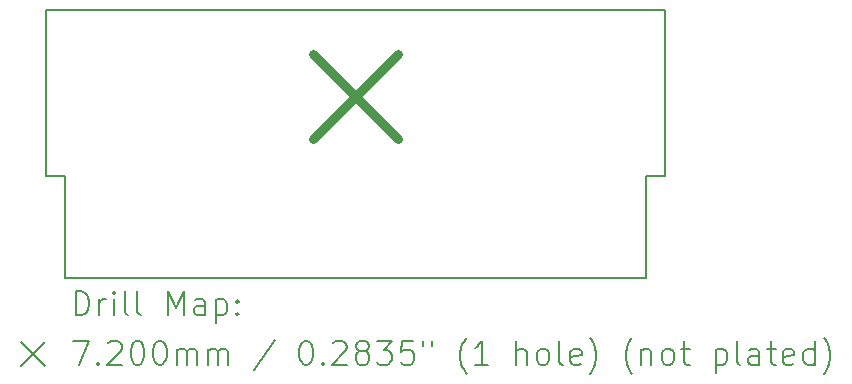
<source format=gbr>
%FSLAX45Y45*%
G04 Gerber Fmt 4.5, Leading zero omitted, Abs format (unit mm)*
G04 Created by KiCad (PCBNEW (6.0.1-0)) date 2022-02-22 22:29:47*
%MOMM*%
%LPD*%
G01*
G04 APERTURE LIST*
%TA.AperFunction,Profile*%
%ADD10C,0.150000*%
%TD*%
%ADD11C,0.200000*%
%ADD12C,0.720000*%
G04 APERTURE END LIST*
D10*
X12460000Y-9140000D02*
X12620000Y-9140000D01*
X7540000Y-10000000D02*
X12460000Y-10000000D01*
X7540000Y-9140000D02*
X7380000Y-9140000D01*
X7380000Y-7735000D02*
X7380000Y-9140000D01*
X12620000Y-9139500D02*
X12620000Y-7735000D01*
X12460000Y-10000000D02*
X12460000Y-9140000D01*
X7540000Y-10000000D02*
X7540000Y-9140000D01*
X7380000Y-7735000D02*
X12620000Y-7735000D01*
D11*
D12*
X9640000Y-8105000D02*
X10360000Y-8825000D01*
X10360000Y-8105000D02*
X9640000Y-8825000D01*
D11*
X7630119Y-10317976D02*
X7630119Y-10117976D01*
X7677738Y-10117976D01*
X7706309Y-10127500D01*
X7725357Y-10146548D01*
X7734881Y-10165595D01*
X7744405Y-10203690D01*
X7744405Y-10232262D01*
X7734881Y-10270357D01*
X7725357Y-10289405D01*
X7706309Y-10308452D01*
X7677738Y-10317976D01*
X7630119Y-10317976D01*
X7830119Y-10317976D02*
X7830119Y-10184643D01*
X7830119Y-10222738D02*
X7839643Y-10203690D01*
X7849167Y-10194167D01*
X7868214Y-10184643D01*
X7887262Y-10184643D01*
X7953928Y-10317976D02*
X7953928Y-10184643D01*
X7953928Y-10117976D02*
X7944405Y-10127500D01*
X7953928Y-10137024D01*
X7963452Y-10127500D01*
X7953928Y-10117976D01*
X7953928Y-10137024D01*
X8077738Y-10317976D02*
X8058690Y-10308452D01*
X8049167Y-10289405D01*
X8049167Y-10117976D01*
X8182500Y-10317976D02*
X8163452Y-10308452D01*
X8153928Y-10289405D01*
X8153928Y-10117976D01*
X8411071Y-10317976D02*
X8411071Y-10117976D01*
X8477738Y-10260833D01*
X8544405Y-10117976D01*
X8544405Y-10317976D01*
X8725357Y-10317976D02*
X8725357Y-10213214D01*
X8715833Y-10194167D01*
X8696786Y-10184643D01*
X8658690Y-10184643D01*
X8639643Y-10194167D01*
X8725357Y-10308452D02*
X8706310Y-10317976D01*
X8658690Y-10317976D01*
X8639643Y-10308452D01*
X8630119Y-10289405D01*
X8630119Y-10270357D01*
X8639643Y-10251310D01*
X8658690Y-10241786D01*
X8706310Y-10241786D01*
X8725357Y-10232262D01*
X8820595Y-10184643D02*
X8820595Y-10384643D01*
X8820595Y-10194167D02*
X8839643Y-10184643D01*
X8877738Y-10184643D01*
X8896786Y-10194167D01*
X8906310Y-10203690D01*
X8915833Y-10222738D01*
X8915833Y-10279881D01*
X8906310Y-10298929D01*
X8896786Y-10308452D01*
X8877738Y-10317976D01*
X8839643Y-10317976D01*
X8820595Y-10308452D01*
X9001548Y-10298929D02*
X9011071Y-10308452D01*
X9001548Y-10317976D01*
X8992024Y-10308452D01*
X9001548Y-10298929D01*
X9001548Y-10317976D01*
X9001548Y-10194167D02*
X9011071Y-10203690D01*
X9001548Y-10213214D01*
X8992024Y-10203690D01*
X9001548Y-10194167D01*
X9001548Y-10213214D01*
X7172500Y-10547500D02*
X7372500Y-10747500D01*
X7372500Y-10547500D02*
X7172500Y-10747500D01*
X7611071Y-10537976D02*
X7744405Y-10537976D01*
X7658690Y-10737976D01*
X7820595Y-10718929D02*
X7830119Y-10728452D01*
X7820595Y-10737976D01*
X7811071Y-10728452D01*
X7820595Y-10718929D01*
X7820595Y-10737976D01*
X7906309Y-10557024D02*
X7915833Y-10547500D01*
X7934881Y-10537976D01*
X7982500Y-10537976D01*
X8001548Y-10547500D01*
X8011071Y-10557024D01*
X8020595Y-10576071D01*
X8020595Y-10595119D01*
X8011071Y-10623690D01*
X7896786Y-10737976D01*
X8020595Y-10737976D01*
X8144405Y-10537976D02*
X8163452Y-10537976D01*
X8182500Y-10547500D01*
X8192024Y-10557024D01*
X8201548Y-10576071D01*
X8211071Y-10614167D01*
X8211071Y-10661786D01*
X8201548Y-10699881D01*
X8192024Y-10718929D01*
X8182500Y-10728452D01*
X8163452Y-10737976D01*
X8144405Y-10737976D01*
X8125357Y-10728452D01*
X8115833Y-10718929D01*
X8106309Y-10699881D01*
X8096786Y-10661786D01*
X8096786Y-10614167D01*
X8106309Y-10576071D01*
X8115833Y-10557024D01*
X8125357Y-10547500D01*
X8144405Y-10537976D01*
X8334881Y-10537976D02*
X8353928Y-10537976D01*
X8372976Y-10547500D01*
X8382500Y-10557024D01*
X8392024Y-10576071D01*
X8401548Y-10614167D01*
X8401548Y-10661786D01*
X8392024Y-10699881D01*
X8382500Y-10718929D01*
X8372976Y-10728452D01*
X8353928Y-10737976D01*
X8334881Y-10737976D01*
X8315833Y-10728452D01*
X8306309Y-10718929D01*
X8296786Y-10699881D01*
X8287262Y-10661786D01*
X8287262Y-10614167D01*
X8296786Y-10576071D01*
X8306309Y-10557024D01*
X8315833Y-10547500D01*
X8334881Y-10537976D01*
X8487262Y-10737976D02*
X8487262Y-10604643D01*
X8487262Y-10623690D02*
X8496786Y-10614167D01*
X8515833Y-10604643D01*
X8544405Y-10604643D01*
X8563452Y-10614167D01*
X8572976Y-10633214D01*
X8572976Y-10737976D01*
X8572976Y-10633214D02*
X8582500Y-10614167D01*
X8601548Y-10604643D01*
X8630119Y-10604643D01*
X8649167Y-10614167D01*
X8658690Y-10633214D01*
X8658690Y-10737976D01*
X8753929Y-10737976D02*
X8753929Y-10604643D01*
X8753929Y-10623690D02*
X8763452Y-10614167D01*
X8782500Y-10604643D01*
X8811071Y-10604643D01*
X8830119Y-10614167D01*
X8839643Y-10633214D01*
X8839643Y-10737976D01*
X8839643Y-10633214D02*
X8849167Y-10614167D01*
X8868214Y-10604643D01*
X8896786Y-10604643D01*
X8915833Y-10614167D01*
X8925357Y-10633214D01*
X8925357Y-10737976D01*
X9315833Y-10528452D02*
X9144405Y-10785595D01*
X9572976Y-10537976D02*
X9592024Y-10537976D01*
X9611071Y-10547500D01*
X9620595Y-10557024D01*
X9630119Y-10576071D01*
X9639643Y-10614167D01*
X9639643Y-10661786D01*
X9630119Y-10699881D01*
X9620595Y-10718929D01*
X9611071Y-10728452D01*
X9592024Y-10737976D01*
X9572976Y-10737976D01*
X9553929Y-10728452D01*
X9544405Y-10718929D01*
X9534881Y-10699881D01*
X9525357Y-10661786D01*
X9525357Y-10614167D01*
X9534881Y-10576071D01*
X9544405Y-10557024D01*
X9553929Y-10547500D01*
X9572976Y-10537976D01*
X9725357Y-10718929D02*
X9734881Y-10728452D01*
X9725357Y-10737976D01*
X9715833Y-10728452D01*
X9725357Y-10718929D01*
X9725357Y-10737976D01*
X9811071Y-10557024D02*
X9820595Y-10547500D01*
X9839643Y-10537976D01*
X9887262Y-10537976D01*
X9906310Y-10547500D01*
X9915833Y-10557024D01*
X9925357Y-10576071D01*
X9925357Y-10595119D01*
X9915833Y-10623690D01*
X9801548Y-10737976D01*
X9925357Y-10737976D01*
X10039643Y-10623690D02*
X10020595Y-10614167D01*
X10011071Y-10604643D01*
X10001548Y-10585595D01*
X10001548Y-10576071D01*
X10011071Y-10557024D01*
X10020595Y-10547500D01*
X10039643Y-10537976D01*
X10077738Y-10537976D01*
X10096786Y-10547500D01*
X10106310Y-10557024D01*
X10115833Y-10576071D01*
X10115833Y-10585595D01*
X10106310Y-10604643D01*
X10096786Y-10614167D01*
X10077738Y-10623690D01*
X10039643Y-10623690D01*
X10020595Y-10633214D01*
X10011071Y-10642738D01*
X10001548Y-10661786D01*
X10001548Y-10699881D01*
X10011071Y-10718929D01*
X10020595Y-10728452D01*
X10039643Y-10737976D01*
X10077738Y-10737976D01*
X10096786Y-10728452D01*
X10106310Y-10718929D01*
X10115833Y-10699881D01*
X10115833Y-10661786D01*
X10106310Y-10642738D01*
X10096786Y-10633214D01*
X10077738Y-10623690D01*
X10182500Y-10537976D02*
X10306310Y-10537976D01*
X10239643Y-10614167D01*
X10268214Y-10614167D01*
X10287262Y-10623690D01*
X10296786Y-10633214D01*
X10306310Y-10652262D01*
X10306310Y-10699881D01*
X10296786Y-10718929D01*
X10287262Y-10728452D01*
X10268214Y-10737976D01*
X10211071Y-10737976D01*
X10192024Y-10728452D01*
X10182500Y-10718929D01*
X10487262Y-10537976D02*
X10392024Y-10537976D01*
X10382500Y-10633214D01*
X10392024Y-10623690D01*
X10411071Y-10614167D01*
X10458690Y-10614167D01*
X10477738Y-10623690D01*
X10487262Y-10633214D01*
X10496786Y-10652262D01*
X10496786Y-10699881D01*
X10487262Y-10718929D01*
X10477738Y-10728452D01*
X10458690Y-10737976D01*
X10411071Y-10737976D01*
X10392024Y-10728452D01*
X10382500Y-10718929D01*
X10572976Y-10537976D02*
X10572976Y-10576071D01*
X10649167Y-10537976D02*
X10649167Y-10576071D01*
X10944405Y-10814167D02*
X10934881Y-10804643D01*
X10915833Y-10776071D01*
X10906310Y-10757024D01*
X10896786Y-10728452D01*
X10887262Y-10680833D01*
X10887262Y-10642738D01*
X10896786Y-10595119D01*
X10906310Y-10566548D01*
X10915833Y-10547500D01*
X10934881Y-10518929D01*
X10944405Y-10509405D01*
X11125357Y-10737976D02*
X11011071Y-10737976D01*
X11068214Y-10737976D02*
X11068214Y-10537976D01*
X11049167Y-10566548D01*
X11030119Y-10585595D01*
X11011071Y-10595119D01*
X11363452Y-10737976D02*
X11363452Y-10537976D01*
X11449167Y-10737976D02*
X11449167Y-10633214D01*
X11439643Y-10614167D01*
X11420595Y-10604643D01*
X11392024Y-10604643D01*
X11372976Y-10614167D01*
X11363452Y-10623690D01*
X11572976Y-10737976D02*
X11553928Y-10728452D01*
X11544405Y-10718929D01*
X11534881Y-10699881D01*
X11534881Y-10642738D01*
X11544405Y-10623690D01*
X11553928Y-10614167D01*
X11572976Y-10604643D01*
X11601548Y-10604643D01*
X11620595Y-10614167D01*
X11630119Y-10623690D01*
X11639643Y-10642738D01*
X11639643Y-10699881D01*
X11630119Y-10718929D01*
X11620595Y-10728452D01*
X11601548Y-10737976D01*
X11572976Y-10737976D01*
X11753928Y-10737976D02*
X11734881Y-10728452D01*
X11725357Y-10709405D01*
X11725357Y-10537976D01*
X11906309Y-10728452D02*
X11887262Y-10737976D01*
X11849167Y-10737976D01*
X11830119Y-10728452D01*
X11820595Y-10709405D01*
X11820595Y-10633214D01*
X11830119Y-10614167D01*
X11849167Y-10604643D01*
X11887262Y-10604643D01*
X11906309Y-10614167D01*
X11915833Y-10633214D01*
X11915833Y-10652262D01*
X11820595Y-10671310D01*
X11982500Y-10814167D02*
X11992024Y-10804643D01*
X12011071Y-10776071D01*
X12020595Y-10757024D01*
X12030119Y-10728452D01*
X12039643Y-10680833D01*
X12039643Y-10642738D01*
X12030119Y-10595119D01*
X12020595Y-10566548D01*
X12011071Y-10547500D01*
X11992024Y-10518929D01*
X11982500Y-10509405D01*
X12344405Y-10814167D02*
X12334881Y-10804643D01*
X12315833Y-10776071D01*
X12306309Y-10757024D01*
X12296786Y-10728452D01*
X12287262Y-10680833D01*
X12287262Y-10642738D01*
X12296786Y-10595119D01*
X12306309Y-10566548D01*
X12315833Y-10547500D01*
X12334881Y-10518929D01*
X12344405Y-10509405D01*
X12420595Y-10604643D02*
X12420595Y-10737976D01*
X12420595Y-10623690D02*
X12430119Y-10614167D01*
X12449167Y-10604643D01*
X12477738Y-10604643D01*
X12496786Y-10614167D01*
X12506309Y-10633214D01*
X12506309Y-10737976D01*
X12630119Y-10737976D02*
X12611071Y-10728452D01*
X12601548Y-10718929D01*
X12592024Y-10699881D01*
X12592024Y-10642738D01*
X12601548Y-10623690D01*
X12611071Y-10614167D01*
X12630119Y-10604643D01*
X12658690Y-10604643D01*
X12677738Y-10614167D01*
X12687262Y-10623690D01*
X12696786Y-10642738D01*
X12696786Y-10699881D01*
X12687262Y-10718929D01*
X12677738Y-10728452D01*
X12658690Y-10737976D01*
X12630119Y-10737976D01*
X12753928Y-10604643D02*
X12830119Y-10604643D01*
X12782500Y-10537976D02*
X12782500Y-10709405D01*
X12792024Y-10728452D01*
X12811071Y-10737976D01*
X12830119Y-10737976D01*
X13049167Y-10604643D02*
X13049167Y-10804643D01*
X13049167Y-10614167D02*
X13068214Y-10604643D01*
X13106309Y-10604643D01*
X13125357Y-10614167D01*
X13134881Y-10623690D01*
X13144405Y-10642738D01*
X13144405Y-10699881D01*
X13134881Y-10718929D01*
X13125357Y-10728452D01*
X13106309Y-10737976D01*
X13068214Y-10737976D01*
X13049167Y-10728452D01*
X13258690Y-10737976D02*
X13239643Y-10728452D01*
X13230119Y-10709405D01*
X13230119Y-10537976D01*
X13420595Y-10737976D02*
X13420595Y-10633214D01*
X13411071Y-10614167D01*
X13392024Y-10604643D01*
X13353928Y-10604643D01*
X13334881Y-10614167D01*
X13420595Y-10728452D02*
X13401548Y-10737976D01*
X13353928Y-10737976D01*
X13334881Y-10728452D01*
X13325357Y-10709405D01*
X13325357Y-10690357D01*
X13334881Y-10671310D01*
X13353928Y-10661786D01*
X13401548Y-10661786D01*
X13420595Y-10652262D01*
X13487262Y-10604643D02*
X13563452Y-10604643D01*
X13515833Y-10537976D02*
X13515833Y-10709405D01*
X13525357Y-10728452D01*
X13544405Y-10737976D01*
X13563452Y-10737976D01*
X13706309Y-10728452D02*
X13687262Y-10737976D01*
X13649167Y-10737976D01*
X13630119Y-10728452D01*
X13620595Y-10709405D01*
X13620595Y-10633214D01*
X13630119Y-10614167D01*
X13649167Y-10604643D01*
X13687262Y-10604643D01*
X13706309Y-10614167D01*
X13715833Y-10633214D01*
X13715833Y-10652262D01*
X13620595Y-10671310D01*
X13887262Y-10737976D02*
X13887262Y-10537976D01*
X13887262Y-10728452D02*
X13868214Y-10737976D01*
X13830119Y-10737976D01*
X13811071Y-10728452D01*
X13801548Y-10718929D01*
X13792024Y-10699881D01*
X13792024Y-10642738D01*
X13801548Y-10623690D01*
X13811071Y-10614167D01*
X13830119Y-10604643D01*
X13868214Y-10604643D01*
X13887262Y-10614167D01*
X13963452Y-10814167D02*
X13972976Y-10804643D01*
X13992024Y-10776071D01*
X14001548Y-10757024D01*
X14011071Y-10728452D01*
X14020595Y-10680833D01*
X14020595Y-10642738D01*
X14011071Y-10595119D01*
X14001548Y-10566548D01*
X13992024Y-10547500D01*
X13972976Y-10518929D01*
X13963452Y-10509405D01*
M02*

</source>
